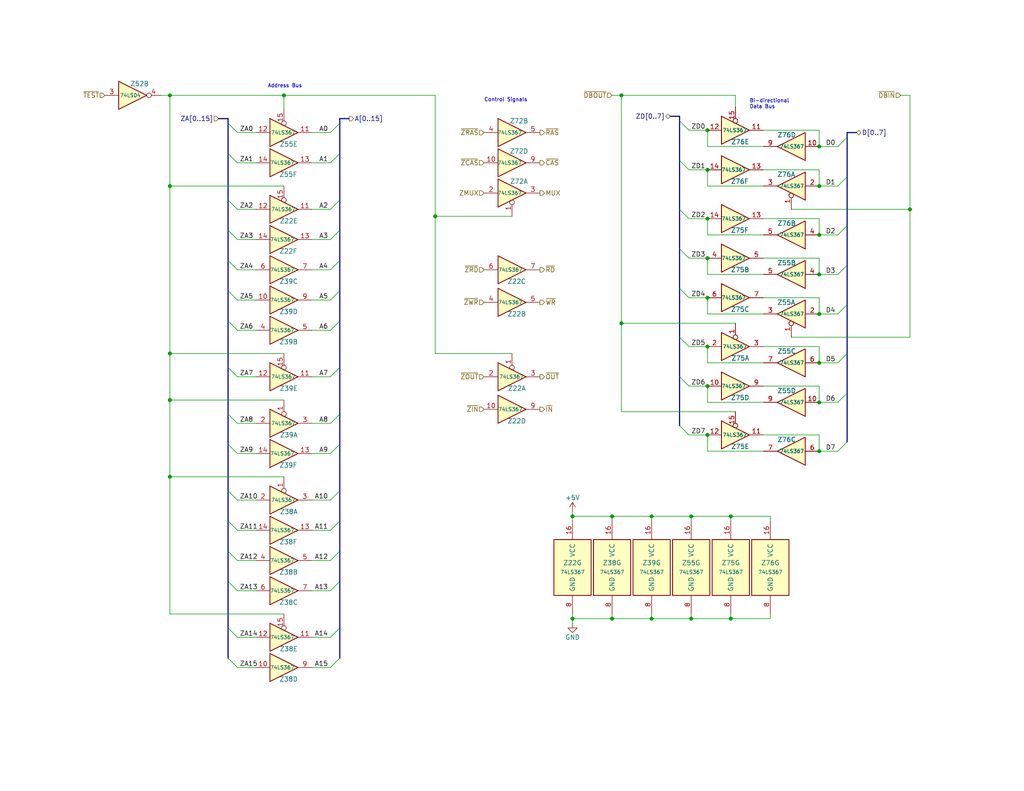
<source format=kicad_sch>
(kicad_sch (version 20231120) (generator "eeschema") (generator_version "8.0")
  (paper "USLetter")
  (title_block (title "TRS-80 Model I Rev G") (date "2024-11-29") (rev "E1C") (company "RetroStack - Marcel Erz") (comment 2 "Isolation circuit to use ~{TEST} signal, dsconecting CPU from system") (comment 4 "CPU Gating"))
  (lib_symbols
    (symbol "74xx:74LS04"
      (property "Reference" "U" (at 0 1.27 0))
      (property "Value" "74LS04" (at 0 -1.27 0))
      (symbol "74LS04_1_0"
        (polyline (pts (xy -3.81 3.81) (xy -3.81 -3.81) (xy 3.81 0) (xy -3.81 3.81)) (stroke (width 0.254)) (fill (type background)))
        (pin input line (at -7.62 0 0) (length 3.81) (name "~") (number "1"))
        (pin output inverted (at 7.62 0 180) (length 3.81) (name "~") (number "2"))
      )
      (symbol "74LS04_2_0"
        (polyline (pts (xy -3.81 3.81) (xy -3.81 -3.81) (xy 3.81 0) (xy -3.81 3.81)) (stroke (width 0.254)) (fill (type background)))
        (pin input line (at -7.62 0 0) (length 3.81) (name "~") (number "3"))
        (pin output inverted (at 7.62 0 180) (length 3.81) (name "~") (number "4"))
      )
      (symbol "74LS04_3_0"
        (polyline (pts (xy -3.81 3.81) (xy -3.81 -3.81) (xy 3.81 0) (xy -3.81 3.81)) (stroke (width 0.254)) (fill (type background)))
        (pin input line (at -7.62 0 0) (length 3.81) (name "~") (number "5"))
        (pin output inverted (at 7.62 0 180) (length 3.81) (name "~") (number "6"))
      )
      (symbol "74LS04_4_0"
        (polyline (pts (xy -3.81 3.81) (xy -3.81 -3.81) (xy 3.81 0) (xy -3.81 3.81)) (stroke (width 0.254)) (fill (type background)))
        (pin output inverted (at 7.62 0 180) (length 3.81) (name "~") (number "8"))
        (pin input line (at -7.62 0 0) (length 3.81) (name "~") (number "9"))
      )
      (symbol "74LS04_5_0"
        (polyline (pts (xy -3.81 3.81) (xy -3.81 -3.81) (xy 3.81 0) (xy -3.81 3.81)) (stroke (width 0.254)) (fill (type background)))
        (pin output inverted (at 7.62 0 180) (length 3.81) (name "~") (number "10"))
        (pin input line (at -7.62 0 0) (length 3.81) (name "~") (number "11"))
      )
      (symbol "74LS04_6_0"
        (polyline (pts (xy -3.81 3.81) (xy -3.81 -3.81) (xy 3.81 0) (xy -3.81 3.81)) (stroke (width 0.254)) (fill (type background)))
        (pin output inverted (at 7.62 0 180) (length 3.81) (name "~") (number "12"))
        (pin input line (at -7.62 0 0) (length 3.81) (name "~") (number "13"))
      )
      (symbol "74LS04_7_0"
        (pin power_in line (at 0 12.7 270) (length 5.08) (name "VCC") (number "14"))
        (pin power_in line (at 0 -12.7 90) (length 5.08) (name "GND") (number "7"))
      )
      (symbol "74LS04_7_1"
        (rectangle (start -5.08 7.62) (end 5.08 -7.62) (stroke (width 0.254)) (fill (type background)))
      )
    )
    (symbol "RetroStackLibrary:74LS367_Split" (pin_names (offset 1.016))
      (property "Reference" "U" (at 0 1.27 0))
      (property "Value" "74LS367" (at 0 -1.27 0))
      (symbol "74LS367_Split_1_0"
        (polyline (pts (xy -3.81 3.81) (xy -3.81 -3.81) (xy 3.81 0) (xy -3.81 3.81)) (stroke (width 0.254)) (fill (type background)))
        (pin input inverted (at 0 6.35 270) (length 4.445) (name "~") (number "1"))
        (pin input line (at -7.62 0 0) (length 3.81) (name "~") (number "2"))
        (pin tri_state line (at 7.62 0 180) (length 3.81) (name "~") (number "3"))
      )
      (symbol "74LS367_Split_2_0"
        (polyline (pts (xy -3.81 3.81) (xy -3.81 -3.81) (xy 3.81 0) (xy -3.81 3.81)) (stroke (width 0.254)) (fill (type background)))
        (pin input line (at -7.62 0 0) (length 3.81) (name "~") (number "4"))
        (pin tri_state line (at 7.62 0 180) (length 3.81) (name "~") (number "5"))
      )
      (symbol "74LS367_Split_3_0"
        (polyline (pts (xy -3.81 3.81) (xy -3.81 -3.81) (xy 3.81 0) (xy -3.81 3.81)) (stroke (width 0.254)) (fill (type background)))
        (pin input line (at -7.62 0 0) (length 3.81) (name "~") (number "6"))
        (pin tri_state line (at 7.62 0 180) (length 3.81) (name "~") (number "7"))
      )
      (symbol "74LS367_Split_4_0"
        (polyline (pts (xy -3.81 3.81) (xy -3.81 -3.81) (xy 3.81 0) (xy -3.81 3.81)) (stroke (width 0.254)) (fill (type background)))
        (pin input line (at -7.62 0 0) (length 3.81) (name "~") (number "10"))
        (pin tri_state line (at 7.62 0 180) (length 3.81) (name "~") (number "9"))
      )
      (symbol "74LS367_Split_5_0"
        (polyline (pts (xy -3.175 -2.54) (xy -3.175 -10.16) (xy 4.445 -6.35) (xy -3.175 -2.54)) (stroke (width 0.254)) (fill (type background)))
        (pin tri_state line (at 8.255 -6.35 180) (length 3.81) (name "~") (number "11"))
        (pin input line (at -6.985 -6.35 0) (length 3.81) (name "~") (number "12"))
        (pin input inverted (at 0.635 0 270) (length 4.445) (name "~") (number "15"))
      )
      (symbol "74LS367_Split_6_0"
        (polyline (pts (xy -3.81 3.81) (xy -3.81 -3.81) (xy 3.81 0) (xy -3.81 3.81)) (stroke (width 0.254)) (fill (type background)))
        (pin tri_state line (at 7.62 0 180) (length 3.81) (name "~") (number "13"))
        (pin input line (at -7.62 0 0) (length 3.81) (name "~") (number "14"))
      )
      (symbol "74LS367_Split_7_0"
        (pin power_in line (at 0 1.905 270) (length 5.08) (name "VCC") (number "16"))
        (pin power_in line (at 0 -23.495 90) (length 5.08) (name "GND") (number "8"))
      )
      (symbol "74LS367_Split_7_1"
        (rectangle (start -5.08 -3.175) (end 5.08 -18.415) (stroke (width 0.254)) (fill (type background)))
      )
    )
    (symbol "power:+5V" (power) (pin_names (offset 0))
      (property "Value" "+5V" (at 0 3.556 0))
      (symbol "+5V_0_1"
        (polyline (pts (xy -0.762 1.27) (xy 0 2.54)))
        (polyline (pts (xy 0 0) (xy 0 2.54)))
        (polyline (pts (xy 0 2.54) (xy 0.762 1.27)))
      )
      (symbol "+5V_1_1"
        (pin power_in line (at 0 0 90) (length 0) hide (name "+5V") (number "1"))
      )
    )
    (symbol "power:GND" (power) (pin_names (offset 0))
      (property "Value" "GND" (at 0 -3.81 0))
      (symbol "GND_0_1"
        (polyline (pts (xy 0 0) (xy 0 -1.27) (xy 1.27 -1.27) (xy 0 -2.54) (xy -1.27 -1.27) (xy 0 -1.27)))
      )
      (symbol "GND_1_1"
        (pin power_in line (at 0 0 270) (length 0) hide (name "GND") (number "1"))
      )
    )
  )
  (junction (at 156.21 140.97))
  (junction (at 77.47 26.035))
  (junction (at 118.745 59.055))
  (junction (at 193.04 35.56))
  (junction (at 193.04 46.355))
  (junction (at 223.52 40.005))
  (junction (at 223.52 64.135))
  (junction (at 248.285 57.15))
  (junction (at 193.04 105.41))
  (junction (at 223.52 50.8))
  (junction (at 193.04 59.69))
  (junction (at 46.355 50.8))
  (junction (at 223.52 99.06))
  (junction (at 193.04 81.28))
  (junction (at 169.545 26.035))
  (junction (at 193.04 70.485))
  (junction (at 199.39 168.91))
  (junction (at 156.21 168.91))
  (junction (at 46.355 96.52))
  (junction (at 188.595 168.91))
  (junction (at 167.005 168.91))
  (junction (at 199.39 140.97))
  (junction (at 193.04 118.745))
  (junction (at 223.52 109.855))
  (junction (at 167.005 140.97))
  (junction (at 193.04 94.615))
  (junction (at 46.355 109.22))
  (junction (at 223.52 123.19))
  (junction (at 177.8 140.97))
  (junction (at 223.52 85.725))
  (junction (at 177.8 168.91))
  (junction (at 46.355 26.035))
  (junction (at 188.595 140.97))
  (junction (at 223.52 74.93))
  (junction (at 46.355 130.175))
  (junction (at 169.545 88.265))
  (bus_entry (at 228.6 109.855) (size 2.54 -2.54))
  (bus_entry (at 90.17 115.57) (size 2.54 -2.54))
  (bus_entry (at 228.6 99.06) (size 2.54 -2.54))
  (bus_entry (at 228.6 85.725) (size 2.54 -2.54))
  (bus_entry (at 90.17 90.17) (size 2.54 -2.54))
  (bus_entry (at 64.77 153.035) (size -2.54 -2.54))
  (bus_entry (at 228.6 74.93) (size 2.54 -2.54))
  (bus_entry (at 90.17 73.66) (size 2.54 -2.54))
  (bus_entry (at 64.77 123.825) (size -2.54 -2.54))
  (bus_entry (at 64.77 57.15) (size -2.54 -2.54))
  (bus_entry (at 187.96 105.41) (size -2.54 -2.54))
  (bus_entry (at 90.17 123.825) (size 2.54 -2.54))
  (bus_entry (at 90.17 136.525) (size 2.54 -2.54))
  (bus_entry (at 187.96 35.56) (size -2.54 -2.54))
  (bus_entry (at 187.96 59.69) (size -2.54 -2.54))
  (bus_entry (at 64.77 136.525) (size -2.54 -2.54))
  (bus_entry (at 90.17 182.245) (size 2.54 -2.54))
  (bus_entry (at 228.6 40.005) (size 2.54 -2.54))
  (bus_entry (at 64.77 90.17) (size -2.54 -2.54))
  (bus_entry (at 64.77 81.915) (size -2.54 -2.54))
  (bus_entry (at 64.77 36.195) (size -2.54 -2.54))
  (bus_entry (at 64.77 73.66) (size -2.54 -2.54))
  (bus_entry (at 228.6 123.19) (size 2.54 -2.54))
  (bus_entry (at 90.17 173.99) (size 2.54 -2.54))
  (bus_entry (at 90.17 65.405) (size 2.54 -2.54))
  (bus_entry (at 228.6 64.135) (size 2.54 -2.54))
  (bus_entry (at 187.96 81.28) (size -2.54 -2.54))
  (bus_entry (at 64.77 182.245) (size -2.54 -2.54))
  (bus_entry (at 64.77 173.99) (size -2.54 -2.54))
  (bus_entry (at 90.17 153.035) (size 2.54 -2.54))
  (bus_entry (at 64.77 144.78) (size -2.54 -2.54))
  (bus_entry (at 228.6 50.8) (size 2.54 -2.54))
  (bus_entry (at 64.77 161.29) (size -2.54 -2.54))
  (bus_entry (at 90.17 81.915) (size 2.54 -2.54))
  (bus_entry (at 90.17 161.29) (size 2.54 -2.54))
  (bus_entry (at 64.77 65.405) (size -2.54 -2.54))
  (bus_entry (at 90.17 102.87) (size 2.54 -2.54))
  (bus_entry (at 90.17 44.45) (size 2.54 -2.54))
  (bus_entry (at 187.96 94.615) (size -2.54 -2.54))
  (bus_entry (at 187.96 46.355) (size -2.54 -2.54))
  (bus_entry (at 187.96 70.485) (size -2.54 -2.54))
  (bus_entry (at 187.96 118.745) (size -2.54 -2.54))
  (bus_entry (at 90.17 144.78) (size 2.54 -2.54))
  (bus_entry (at 90.17 57.15) (size 2.54 -2.54))
  (bus_entry (at 90.17 36.195) (size 2.54 -2.54))
  (bus_entry (at 64.77 44.45) (size -2.54 -2.54))
  (bus_entry (at 64.77 115.57) (size -2.54 -2.54))
  (bus_entry (at 64.77 102.87) (size -2.54 -2.54))
  (wire (pts (xy 77.47 167.64) (xy 46.355 167.64)))
  (wire (pts (xy 64.77 36.195) (xy 69.85 36.195)))
  (wire (pts (xy 118.745 59.055) (xy 118.745 26.035)))
  (bus (pts (xy 185.42 102.87) (xy 185.42 116.205)))
  (bus (pts (xy 92.71 79.375) (xy 92.71 71.12)))
  (wire (pts (xy 90.17 161.29) (xy 85.09 161.29)))
  (wire (pts (xy 228.6 40.005) (xy 223.52 40.005)))
  (wire (pts (xy 193.04 109.855) (xy 193.04 105.41)))
  (wire (pts (xy 187.96 94.615) (xy 193.04 94.615)))
  (bus (pts (xy 185.42 43.815) (xy 185.42 33.02)))
  (wire (pts (xy 90.17 44.45) (xy 85.09 44.45)))
  (wire (pts (xy 169.545 88.265) (xy 169.545 26.035)))
  (wire (pts (xy 167.005 140.97) (xy 167.005 142.24)))
  (wire (pts (xy 210.185 142.24) (xy 210.185 140.97)))
  (wire (pts (xy 208.28 118.745) (xy 223.52 118.745)))
  (wire (pts (xy 85.09 90.17) (xy 90.17 90.17)))
  (bus (pts (xy 92.71 62.865) (xy 92.71 54.61)))
  (wire (pts (xy 64.77 73.66) (xy 69.85 73.66)))
  (wire (pts (xy 228.6 50.8) (xy 223.52 50.8)))
  (wire (pts (xy 64.77 182.245) (xy 69.85 182.245)))
  (wire (pts (xy 169.545 112.395) (xy 169.545 88.265)))
  (wire (pts (xy 187.96 81.28) (xy 193.04 81.28)))
  (wire (pts (xy 167.005 168.91) (xy 177.8 168.91)))
  (wire (pts (xy 215.9 92.075) (xy 248.285 92.075)))
  (wire (pts (xy 187.96 105.41) (xy 193.04 105.41)))
  (wire (pts (xy 90.17 173.99) (xy 85.09 173.99)))
  (wire (pts (xy 208.28 94.615) (xy 223.52 94.615)))
  (wire (pts (xy 210.185 140.97) (xy 199.39 140.97)))
  (wire (pts (xy 64.77 136.525) (xy 69.85 136.525)))
  (wire (pts (xy 85.09 123.825) (xy 90.17 123.825)))
  (wire (pts (xy 223.52 118.745) (xy 223.52 123.19)))
  (wire (pts (xy 77.47 130.175) (xy 46.355 130.175)))
  (bus (pts (xy 231.14 72.39) (xy 231.14 61.595)))
  (bus (pts (xy 62.23 71.12) (xy 62.23 62.865)))
  (bus (pts (xy 92.71 158.75) (xy 92.71 150.495)))
  (bus (pts (xy 92.71 142.24) (xy 92.71 133.985)))
  (wire (pts (xy 139.7 59.055) (xy 118.745 59.055)))
  (wire (pts (xy 228.6 99.06) (xy 223.52 99.06)))
  (bus (pts (xy 62.23 100.33) (xy 62.23 87.63)))
  (wire (pts (xy 90.17 65.405) (xy 85.09 65.405)))
  (wire (pts (xy 64.77 115.57) (xy 69.85 115.57)))
  (wire (pts (xy 77.47 26.035) (xy 77.47 29.845)))
  (wire (pts (xy 64.77 144.78) (xy 69.85 144.78)))
  (wire (pts (xy 208.28 109.855) (xy 193.04 109.855)))
  (wire (pts (xy 208.28 70.485) (xy 223.52 70.485)))
  (wire (pts (xy 64.77 153.035) (xy 69.85 153.035)))
  (bus (pts (xy 185.42 78.74) (xy 185.42 67.945)))
  (bus (pts (xy 62.23 87.63) (xy 62.23 79.375)))
  (bus (pts (xy 62.23 150.495) (xy 62.23 142.24)))
  (wire (pts (xy 223.52 81.28) (xy 223.52 85.725)))
  (bus (pts (xy 92.71 100.33) (xy 92.71 87.63)))
  (wire (pts (xy 46.355 26.035) (xy 77.47 26.035)))
  (wire (pts (xy 64.77 57.15) (xy 69.85 57.15)))
  (wire (pts (xy 193.04 64.135) (xy 193.04 59.69)))
  (wire (pts (xy 167.005 167.64) (xy 167.005 168.91)))
  (wire (pts (xy 156.21 139.7) (xy 156.21 140.97)))
  (wire (pts (xy 210.185 168.91) (xy 199.39 168.91)))
  (wire (pts (xy 228.6 123.19) (xy 223.52 123.19)))
  (bus (pts (xy 92.71 41.91) (xy 92.71 33.655)))
  (wire (pts (xy 188.595 140.97) (xy 177.8 140.97)))
  (wire (pts (xy 156.21 170.18) (xy 156.21 168.91)))
  (bus (pts (xy 92.71 113.03) (xy 92.71 100.33)))
  (wire (pts (xy 118.745 59.055) (xy 118.745 96.52)))
  (wire (pts (xy 223.52 35.56) (xy 223.52 40.005)))
  (wire (pts (xy 223.52 70.485) (xy 223.52 74.93)))
  (wire (pts (xy 199.39 140.97) (xy 199.39 142.24)))
  (wire (pts (xy 199.39 167.64) (xy 199.39 168.91)))
  (wire (pts (xy 200.66 112.395) (xy 169.545 112.395)))
  (bus (pts (xy 231.14 83.185) (xy 231.14 72.39)))
  (wire (pts (xy 169.545 26.035) (xy 200.66 26.035)))
  (wire (pts (xy 46.355 130.175) (xy 46.355 109.22)))
  (wire (pts (xy 215.9 57.15) (xy 248.285 57.15)))
  (wire (pts (xy 193.04 123.19) (xy 193.04 118.745)))
  (wire (pts (xy 77.47 50.8) (xy 46.355 50.8)))
  (wire (pts (xy 208.28 59.69) (xy 223.52 59.69)))
  (wire (pts (xy 188.595 168.91) (xy 199.39 168.91)))
  (wire (pts (xy 208.28 74.93) (xy 193.04 74.93)))
  (wire (pts (xy 90.17 153.035) (xy 85.09 153.035)))
  (bus (pts (xy 62.23 113.03) (xy 62.23 100.33)))
  (wire (pts (xy 64.77 65.405) (xy 69.85 65.405)))
  (wire (pts (xy 228.6 85.725) (xy 223.52 85.725)))
  (wire (pts (xy 64.77 173.99) (xy 69.85 173.99)))
  (wire (pts (xy 199.39 140.97) (xy 188.595 140.97)))
  (wire (pts (xy 210.185 167.64) (xy 210.185 168.91)))
  (wire (pts (xy 208.28 99.06) (xy 193.04 99.06)))
  (bus (pts (xy 62.23 171.45) (xy 62.23 158.75)))
  (bus (pts (xy 62.23 41.91) (xy 62.23 33.655)))
  (wire (pts (xy 46.355 167.64) (xy 46.355 130.175)))
  (bus (pts (xy 233.68 36.195) (xy 231.14 36.195)))
  (wire (pts (xy 228.6 64.135) (xy 223.52 64.135)))
  (wire (pts (xy 208.28 64.135) (xy 193.04 64.135)))
  (wire (pts (xy 46.355 109.22) (xy 46.355 96.52)))
  (wire (pts (xy 46.355 50.8) (xy 46.355 26.035)))
  (wire (pts (xy 193.04 50.8) (xy 193.04 46.355)))
  (bus (pts (xy 185.42 78.74) (xy 185.42 92.075)))
  (wire (pts (xy 156.21 168.91) (xy 167.005 168.91)))
  (wire (pts (xy 248.285 26.035) (xy 245.745 26.035)))
  (bus (pts (xy 62.23 62.865) (xy 62.23 54.61)))
  (wire (pts (xy 177.8 140.97) (xy 167.005 140.97)))
  (wire (pts (xy 223.52 59.69) (xy 223.52 64.135)))
  (wire (pts (xy 90.17 115.57) (xy 85.09 115.57)))
  (wire (pts (xy 90.17 36.195) (xy 85.09 36.195)))
  (wire (pts (xy 43.815 26.035) (xy 46.355 26.035)))
  (bus (pts (xy 231.14 83.185) (xy 231.14 96.52)))
  (bus (pts (xy 92.71 171.45) (xy 92.71 158.75)))
  (wire (pts (xy 85.09 182.245) (xy 90.17 182.245)))
  (bus (pts (xy 95.25 32.385) (xy 92.71 32.385)))
  (bus (pts (xy 185.42 67.945) (xy 185.42 57.15)))
  (wire (pts (xy 118.745 26.035) (xy 77.47 26.035)))
  (wire (pts (xy 64.77 44.45) (xy 69.85 44.45)))
  (wire (pts (xy 64.77 102.87) (xy 69.85 102.87)))
  (wire (pts (xy 208.28 123.19) (xy 193.04 123.19)))
  (wire (pts (xy 156.21 140.97) (xy 156.21 142.24)))
  (wire (pts (xy 177.8 168.91) (xy 188.595 168.91)))
  (wire (pts (xy 85.09 102.87) (xy 90.17 102.87)))
  (wire (pts (xy 208.28 81.28) (xy 223.52 81.28)))
  (wire (pts (xy 223.52 46.355) (xy 223.52 50.8)))
  (bus (pts (xy 92.71 150.495) (xy 92.71 142.24)))
  (wire (pts (xy 248.285 92.075) (xy 248.285 57.15)))
  (wire (pts (xy 77.47 96.52) (xy 46.355 96.52)))
  (wire (pts (xy 228.6 74.93) (xy 223.52 74.93)))
  (wire (pts (xy 193.04 99.06) (xy 193.04 94.615)))
  (wire (pts (xy 208.28 46.355) (xy 223.52 46.355)))
  (bus (pts (xy 92.71 133.985) (xy 92.71 121.285)))
  (bus (pts (xy 182.88 31.75) (xy 185.42 31.75)))
  (wire (pts (xy 167.005 140.97) (xy 156.21 140.97)))
  (bus (pts (xy 92.71 71.12) (xy 92.71 62.865)))
  (wire (pts (xy 187.96 46.355) (xy 193.04 46.355)))
  (bus (pts (xy 92.71 54.61) (xy 92.71 41.91)))
  (bus (pts (xy 231.14 61.595) (xy 231.14 48.26)))
  (wire (pts (xy 193.04 85.725) (xy 193.04 81.28)))
  (bus (pts (xy 185.42 92.075) (xy 185.42 102.87)))
  (wire (pts (xy 177.8 140.97) (xy 177.8 142.24)))
  (bus (pts (xy 62.23 142.24) (xy 62.23 133.985)))
  (wire (pts (xy 193.04 74.93) (xy 193.04 70.485)))
  (wire (pts (xy 188.595 140.97) (xy 188.595 142.24)))
  (wire (pts (xy 208.28 50.8) (xy 193.04 50.8)))
  (wire (pts (xy 90.17 73.66) (xy 85.09 73.66)))
  (bus (pts (xy 92.71 121.285) (xy 92.71 113.03)))
  (wire (pts (xy 208.28 85.725) (xy 193.04 85.725)))
  (wire (pts (xy 208.28 40.005) (xy 193.04 40.005)))
  (wire (pts (xy 188.595 167.64) (xy 188.595 168.91)))
  (wire (pts (xy 64.77 161.29) (xy 69.85 161.29)))
  (bus (pts (xy 62.23 79.375) (xy 62.23 71.12)))
  (wire (pts (xy 200.66 88.265) (xy 169.545 88.265)))
  (bus (pts (xy 92.71 87.63) (xy 92.71 79.375)))
  (bus (pts (xy 231.14 48.26) (xy 231.14 37.465)))
  (bus (pts (xy 62.23 121.285) (xy 62.23 113.03)))
  (bus (pts (xy 231.14 96.52) (xy 231.14 107.315)))
  (wire (pts (xy 64.77 81.915) (xy 69.85 81.915)))
  (bus (pts (xy 92.71 33.655) (xy 92.71 32.385)))
  (wire (pts (xy 167.005 26.035) (xy 169.545 26.035)))
  (wire (pts (xy 64.77 123.825) (xy 69.85 123.825)))
  (bus (pts (xy 62.23 179.705) (xy 62.23 171.45)))
  (bus (pts (xy 62.23 33.655) (xy 62.23 32.385)))
  (bus (pts (xy 92.71 179.705) (xy 92.71 171.45)))
  (wire (pts (xy 177.8 167.64) (xy 177.8 168.91)))
  (bus (pts (xy 185.42 33.02) (xy 185.42 31.75)))
  (wire (pts (xy 187.96 118.745) (xy 193.04 118.745)))
  (wire (pts (xy 208.28 105.41) (xy 223.52 105.41)))
  (wire (pts (xy 187.96 70.485) (xy 193.04 70.485)))
  (wire (pts (xy 77.47 109.22) (xy 46.355 109.22)))
  (bus (pts (xy 62.23 158.75) (xy 62.23 150.495)))
  (wire (pts (xy 46.355 96.52) (xy 46.355 50.8)))
  (wire (pts (xy 64.77 90.17) (xy 69.85 90.17)))
  (wire (pts (xy 90.17 136.525) (xy 85.09 136.525)))
  (wire (pts (xy 90.17 57.15) (xy 85.09 57.15)))
  (wire (pts (xy 193.04 40.005) (xy 193.04 35.56)))
  (bus (pts (xy 59.69 32.385) (xy 62.23 32.385)))
  (bus (pts (xy 62.23 54.61) (xy 62.23 41.91)))
  (wire (pts (xy 200.66 26.035) (xy 200.66 29.21)))
  (wire (pts (xy 139.7 96.52) (xy 118.745 96.52)))
  (wire (pts (xy 248.285 57.15) (xy 248.285 26.035)))
  (bus (pts (xy 231.14 107.315) (xy 231.14 120.65)))
  (bus (pts (xy 231.14 37.465) (xy 231.14 36.195)))
  (wire (pts (xy 223.52 94.615) (xy 223.52 99.06)))
  (wire (pts (xy 90.17 81.915) (xy 85.09 81.915)))
  (wire (pts (xy 156.21 168.91) (xy 156.21 167.64)))
  (wire (pts (xy 90.17 144.78) (xy 85.09 144.78)))
  (wire (pts (xy 228.6 109.855) (xy 223.52 109.855)))
  (bus (pts (xy 185.42 57.15) (xy 185.42 43.815)))
  (wire (pts (xy 187.96 59.69) (xy 193.04 59.69)))
  (wire (pts (xy 223.52 105.41) (xy 223.52 109.855)))
  (wire (pts (xy 208.28 35.56) (xy 223.52 35.56)))
  (bus (pts (xy 62.23 133.985) (xy 62.23 121.285)))
  (wire (pts (xy 187.96 35.56) (xy 193.04 35.56)))
  (text "Bi-directional\nData Bus" (at 204.47 29.845 0) (effects (font (size 1 1)) (justify left bottom)))
  (text "Address Bus" (at 73.025 24.13 0) (effects (font (size 1 1)) (justify left bottom)))
  (text "Control Signals" (at 132.08 27.94 0) (effects (font (size 1 1)) (justify left bottom)))
  (label "ZA8" (at 65.405 115.57 0))
  (label "ZD2" (at 188.595 59.69 0))
  (label "ZA0" (at 65.405 36.195 0))
  (label "A3" (at 89.535 65.405 180))
  (label "ZA4" (at 65.405 73.66 0))
  (label "D7" (at 227.965 123.19 180))
  (label "ZA9" (at 65.405 123.825 0))
  (label "ZA11" (at 65.405 144.78 0))
  (label "ZD3" (at 188.595 70.485 0))
  (label "D3" (at 227.965 74.93 180))
  (label "ZA6" (at 65.405 90.17 0))
  (label "A12" (at 89.535 153.035 180))
  (label "ZD7" (at 188.595 118.745 0))
  (label "A5" (at 89.535 81.915 180))
  (label "D5" (at 227.965 99.06 180))
  (label "ZA2" (at 65.405 57.15 0))
  (label "ZA3" (at 65.405 65.405 0))
  (label "D0" (at 227.965 40.005 180))
  (label "ZA10" (at 65.405 136.525 0))
  (label "D2" (at 227.965 64.135 180))
  (label "A9" (at 89.535 123.825 180))
  (label "ZA13" (at 65.405 161.29 0))
  (label "A7" (at 89.535 102.87 180))
  (label "A6" (at 89.535 90.17 180))
  (label "D1" (at 227.965 50.8 180))
  (label "ZD6" (at 188.595 105.41 0))
  (label "A13" (at 89.535 161.29 180))
  (label "A15" (at 89.535 182.245 180))
  (label "A14" (at 89.535 173.99 180))
  (label "A10" (at 89.535 136.525 180))
  (label "ZD1" (at 188.595 46.355 0))
  (label "D6" (at 227.965 109.855 180))
  (label "ZA5" (at 65.405 81.915 0))
  (label "A1" (at 89.535 44.45 180))
  (label "A0" (at 89.535 36.195 180))
  (label "A2" (at 89.535 57.15 180))
  (label "ZD4" (at 188.595 81.28 0))
  (label "ZA15" (at 65.405 182.245 0))
  (label "ZA12" (at 65.405 153.035 0))
  (label "A4" (at 89.535 73.66 180))
  (label "ZA7" (at 65.405 102.87 0))
  (label "A8" (at 89.535 115.57 180))
  (label "ZD0" (at 188.595 35.56 0))
  (label "A11" (at 89.535 144.78 180))
  (label "ZA1" (at 65.405 44.45 0))
  (label "D4" (at 227.965 85.725 180))
  (label "ZA14" (at 65.405 173.99 0))
  (label "ZD5" (at 188.595 94.615 0))
  (hierarchical_label "ZD[0..7]" (shape bidirectional) (at 182.88 31.75 180))
  (hierarchical_label "~{ZRD}" (shape input) (at 132.08 73.66 180))
  (hierarchical_label "~{ZIN}" (shape input) (at 132.08 111.76 180))
  (hierarchical_label "~{ZCAS}" (shape input) (at 132.08 44.45 180))
  (hierarchical_label "~{RD}" (shape output) (at 147.32 73.66 0))
  (hierarchical_label "~{WR}" (shape output) (at 147.32 82.55 0))
  (hierarchical_label "~{TEST}" (shape input) (at 28.575 26.035 180))
  (hierarchical_label "MUX" (shape output) (at 147.32 52.705 0))
  (hierarchical_label "~{ZRAS}" (shape input) (at 132.08 36.195 180))
  (hierarchical_label "~{CAS}" (shape output) (at 147.32 44.45 0))
  (hierarchical_label "ZA[0..15]" (shape input) (at 59.69 32.385 180))
  (hierarchical_label "~{OUT}" (shape output) (at 147.32 102.87 0))
  (hierarchical_label "D[0..7]" (shape bidirectional) (at 233.68 36.195 0))
  (hierarchical_label "ZMUX" (shape input) (at 132.08 52.705 180))
  (hierarchical_label "~{DBOUT}" (shape input) (at 167.005 26.035 180))
  (hierarchical_label "~{IN}" (shape output) (at 147.32 111.76 0))
  (hierarchical_label "~{ZWR}" (shape input) (at 132.08 82.55 180))
  (hierarchical_label "A[0..15]" (shape output) (at 95.25 32.385 0))
  (hierarchical_label "~{DBIN}" (shape input) (at 245.745 26.035 180))
  (hierarchical_label "~{RAS}" (shape output) (at 147.32 36.195 0))
  (hierarchical_label "~{ZOUT}" (shape input) (at 132.08 102.87 180))
  (symbol (lib_id "RetroStackLibrary:74LS367_Split") (at 188.595 144.145 0) (unit 7)
    (property "Reference" "Z55" (at 188.595 153.67 0))
    (property "Value" "74LS367" (at 188.595 156.21 0) (effects (font (size 1 1))))
    (property "Footprint" "RetroStackLibrary:TRS80_Model_I_DIP16" (effects (hide yes)))
    (property "Datasheet" "https://www.ti.com/lit/ds/symlink/sn74ls367a.pdf" (effects (hide yes)))
  )
  (symbol (lib_id "power:GND") (at 156.21 170.18 0) (unit 1)
    (property "Reference" "#PWR0112" (effects (hide yes)))
    (property "Value" "GND" (at 156.21 173.99 0))
  )
  (symbol (lib_id "RetroStackLibrary:74LS367_Split") (at 200.66 46.355 0) (unit 6)
    (property "Reference" "Z76" (at 199.39 49.53 0) (effects (justify left)))
    (property "Value" "74LS367" (at 196.85 46.355 0) (effects (font (size 1 1)) (justify left)))
    (property "Footprint" "RetroStackLibrary:TRS80_Model_I_DIP16" (effects (hide yes)))
    (property "Datasheet" "https://www.ti.com/lit/ds/symlink/sn74ls367a.pdf" (effects (hide yes)))
  )
  (symbol (lib_id "RetroStackLibrary:74LS367_Split") (at 200.66 70.485 0) (unit 2)
    (property "Reference" "Z75" (at 199.39 73.66 0) (effects (justify left)))
    (property "Value" "74LS367" (at 196.85 70.485 0) (effects (font (size 1 1)) (justify left)))
    (property "Footprint" "RetroStackLibrary:TRS80_Model_I_DIP16" (effects (hide yes)))
    (property "Datasheet" "https://www.ti.com/lit/ds/symlink/sn74ls367a.pdf" (effects (hide yes)))
  )
  (symbol (lib_id "RetroStackLibrary:74LS367_Split") (at 76.835 50.8 0) (unit 5)
    (property "Reference" "Z22" (at 81.28 60.325 0) (effects (justify right)))
    (property "Value" "74LS367" (at 80.645 57.15 0) (effects (font (size 1 1)) (justify right)))
    (property "Footprint" "RetroStackLibrary:TRS80_Model_I_DIP16" (effects (hide yes)))
    (property "Datasheet" "https://www.ti.com/lit/ds/symlink/sn74ls367a.pdf" (effects (hide yes)))
  )
  (symbol (lib_id "RetroStackLibrary:74LS367_Split") (at 76.835 96.52 0) (unit 5)
    (property "Reference" "Z39" (at 81.28 106.045 0) (effects (justify right)))
    (property "Value" "74LS367" (at 80.645 102.87 0) (effects (font (size 1 1)) (justify right)))
    (property "Footprint" "RetroStackLibrary:TRS80_Model_I_DIP16" (effects (hide yes)))
    (property "Datasheet" "https://www.ti.com/lit/ds/symlink/sn74ls367a.pdf" (effects (hide yes)))
  )
  (symbol (lib_id "RetroStackLibrary:74LS367_Split") (at 139.7 36.195 0) (unit 2)
    (property "Reference" "Z72" (at 141.605 33.02 0))
    (property "Value" "74LS367" (at 139.065 36.195 0) (effects (font (size 1 1))))
    (property "Footprint" "RetroStackLibrary:TRS80_Model_I_DIP16" (effects (hide yes)))
    (property "Datasheet" "https://www.ti.com/lit/ds/symlink/sn74ls367a.pdf" (effects (hide yes)))
  )
  (symbol (lib_id "RetroStackLibrary:74LS367_Split") (at 77.47 123.825 0) (unit 6)
    (property "Reference" "Z39" (at 76.2 127 0) (effects (justify left)))
    (property "Value" "74LS367" (at 73.66 123.825 0) (effects (font (size 1 1)) (justify left)))
    (property "Footprint" "RetroStackLibrary:TRS80_Model_I_DIP16" (effects (hide yes)))
    (property "Datasheet" "https://www.ti.com/lit/ds/symlink/sn74ls367a.pdf" (effects (hide yes)))
  )
  (symbol (lib_id "RetroStackLibrary:74LS367_Split") (at 77.47 115.57 0) (unit 1)
    (property "Reference" "Z39" (at 81.28 118.745 0) (effects (justify right)))
    (property "Value" "74LS367" (at 80.645 115.57 0) (effects (font (size 1 1)) (justify right)))
    (property "Footprint" "RetroStackLibrary:TRS80_Model_I_DIP16" (effects (hide yes)))
    (property "Datasheet" "https://www.ti.com/lit/ds/symlink/sn74ls367a.pdf" (effects (hide yes)))
  )
  (symbol (lib_id "RetroStackLibrary:74LS367_Split") (at 200.025 29.21 0) (unit 5)
    (property "Reference" "Z76" (at 204.47 38.735 0) (effects (justify right)))
    (property "Value" "74LS367" (at 203.835 35.56 0) (effects (font (size 1 1)) (justify right)))
    (property "Footprint" "RetroStackLibrary:TRS80_Model_I_DIP16" (effects (hide yes)))
    (property "Datasheet" "https://www.ti.com/lit/ds/symlink/sn74ls367a.pdf" (effects (hide yes)))
  )
  (symbol (lib_id "RetroStackLibrary:74LS367_Split") (at 77.47 44.45 0) (unit 6)
    (property "Reference" "Z55" (at 76.2 47.625 0) (effects (justify left)))
    (property "Value" "74LS367" (at 73.66 44.45 0) (effects (font (size 1 1)) (justify left)))
    (property "Footprint" "RetroStackLibrary:TRS80_Model_I_DIP16" (effects (hide yes)))
    (property "Datasheet" "https://www.ti.com/lit/ds/symlink/sn74ls367a.pdf" (effects (hide yes)))
  )
  (symbol (lib_id "RetroStackLibrary:74LS367_Split") (at 139.7 111.76 0) (unit 4)
    (property "Reference" "Z22" (at 138.43 114.935 0) (effects (justify left)))
    (property "Value" "74LS367" (at 135.89 111.76 0) (effects (font (size 1 1)) (justify left)))
    (property "Footprint" "RetroStackLibrary:TRS80_Model_I_DIP16" (effects (hide yes)))
    (property "Datasheet" "https://www.ti.com/lit/ds/symlink/sn74ls367a.pdf" (effects (hide yes)))
  )
  (symbol (lib_id "RetroStackLibrary:74LS367_Split") (at 215.9 74.93 180) (unit 2)
    (property "Reference" "Z55" (at 212.09 71.755 0) (effects (justify right)))
    (property "Value" "74LS367" (at 212.725 74.93 0) (effects (font (size 1 1)) (justify right)))
    (property "Footprint" "RetroStackLibrary:TRS80_Model_I_DIP16" (effects (hide yes)))
    (property "Datasheet" "https://www.ti.com/lit/ds/symlink/sn74ls367a.pdf" (effects (hide yes)))
  )
  (symbol (lib_id "RetroStackLibrary:74LS367_Split") (at 200.66 59.69 0) (unit 6)
    (property "Reference" "Z75" (at 199.39 62.865 0) (effects (justify left)))
    (property "Value" "74LS367" (at 196.85 59.69 0) (effects (font (size 1 1)) (justify left)))
    (property "Footprint" "RetroStackLibrary:TRS80_Model_I_DIP16" (effects (hide yes)))
    (property "Datasheet" "https://www.ti.com/lit/ds/symlink/sn74ls367a.pdf" (effects (hide yes)))
  )
  (symbol (lib_id "RetroStackLibrary:74LS367_Split") (at 200.025 112.395 0) (unit 5)
    (property "Reference" "Z75" (at 204.47 121.92 0) (effects (justify right)))
    (property "Value" "74LS367" (at 203.835 118.745 0) (effects (font (size 1 1)) (justify right)))
    (property "Footprint" "RetroStackLibrary:TRS80_Model_I_DIP16" (effects (hide yes)))
    (property "Datasheet" "https://www.ti.com/lit/ds/symlink/sn74ls367a.pdf" (effects (hide yes)))
  )
  (symbol (lib_id "RetroStackLibrary:74LS367_Split") (at 177.8 144.145 0) (unit 7)
    (property "Reference" "Z39" (at 177.8 153.67 0))
    (property "Value" "74LS367" (at 177.8 156.21 0) (effects (font (size 1 1))))
    (property "Footprint" "RetroStackLibrary:TRS80_Model_I_DIP16" (effects (hide yes)))
    (property "Datasheet" "https://www.ti.com/lit/ds/symlink/sn74ls367a.pdf" (effects (hide yes)))
  )
  (symbol (lib_id "RetroStackLibrary:74LS367_Split") (at 77.47 161.29 0) (unit 3)
    (property "Reference" "Z38" (at 76.2 164.465 0) (effects (justify left)))
    (property "Value" "74LS367" (at 73.66 161.29 0) (effects (font (size 1 1)) (justify left)))
    (property "Footprint" "RetroStackLibrary:TRS80_Model_I_DIP16" (effects (hide yes)))
    (property "Datasheet" "https://www.ti.com/lit/ds/symlink/sn74ls367a.pdf" (effects (hide yes)))
  )
  (symbol (lib_id "RetroStackLibrary:74LS367_Split") (at 139.7 82.55 0) (unit 2)
    (property "Reference" "Z22" (at 138.43 85.725 0) (effects (justify left)))
    (property "Value" "74LS367" (at 135.89 82.55 0) (effects (font (size 1 1)) (justify left)))
    (property "Footprint" "RetroStackLibrary:TRS80_Model_I_DIP16" (effects (hide yes)))
    (property "Datasheet" "https://www.ti.com/lit/ds/symlink/sn74ls367a.pdf" (effects (hide yes)))
  )
  (symbol (lib_id "RetroStackLibrary:74LS367_Split") (at 200.66 81.28 0) (unit 3)
    (property "Reference" "Z75" (at 199.39 84.455 0) (effects (justify left)))
    (property "Value" "74LS367" (at 196.85 81.28 0) (effects (font (size 1 1)) (justify left)))
    (property "Footprint" "RetroStackLibrary:TRS80_Model_I_DIP16" (effects (hide yes)))
    (property "Datasheet" "https://www.ti.com/lit/ds/symlink/sn74ls367a.pdf" (effects (hide yes)))
  )
  (symbol (lib_id "74xx:74LS04") (at 36.195 26.035 0) (unit 2)
    (property "Reference" "Z52" (at 38.1 22.86 0))
    (property "Value" "74LS04" (at 35.56 26.035 0) (effects (font (size 1 1))))
    (property "Footprint" "RetroStackLibrary:TRS80_Model_I_DIP14" (effects (hide yes)))
    (property "Datasheet" "http://www.ti.com/lit/gpn/sn74LS04" (effects (hide yes)))
  )
  (symbol (lib_id "RetroStackLibrary:74LS367_Split") (at 76.835 167.64 0) (unit 5)
    (property "Reference" "Z38" (at 81.28 177.165 0) (effects (justify right)))
    (property "Value" "74LS367" (at 73.66 173.99 0) (effects (font (size 1 1)) (justify left)))
    (property "Footprint" "RetroStackLibrary:TRS80_Model_I_DIP16" (effects (hide yes)))
    (property "Datasheet" "https://www.ti.com/lit/ds/symlink/sn74ls367a.pdf" (effects (hide yes)))
  )
  (symbol (lib_id "RetroStackLibrary:74LS367_Split") (at 77.47 182.245 0) (unit 4)
    (property "Reference" "Z38" (at 76.2 185.42 0) (effects (justify left)))
    (property "Value" "74LS367" (at 73.66 182.245 0) (effects (font (size 1 1)) (justify left)))
    (property "Footprint" "RetroStackLibrary:TRS80_Model_I_DIP16" (effects (hide yes)))
    (property "Datasheet" "https://www.ti.com/lit/ds/symlink/sn74ls367a.pdf" (effects (hide yes)))
  )
  (symbol (lib_id "RetroStackLibrary:74LS367_Split") (at 215.9 109.855 180) (unit 4)
    (property "Reference" "Z55" (at 212.09 106.68 0) (effects (justify right)))
    (property "Value" "74LS367" (at 212.725 109.855 0) (effects (font (size 1 1)) (justify right)))
    (property "Footprint" "RetroStackLibrary:TRS80_Model_I_DIP16" (effects (hide yes)))
    (property "Datasheet" "https://www.ti.com/lit/ds/symlink/sn74ls367a.pdf" (effects (hide yes)))
  )
  (symbol (lib_id "RetroStackLibrary:74LS367_Split") (at 215.9 40.005 180) (unit 4)
    (property "Reference" "Z76" (at 212.09 36.83 0) (effects (justify right)))
    (property "Value" "74LS367" (at 212.725 40.005 0) (effects (font (size 1 1)) (justify right)))
    (property "Footprint" "RetroStackLibrary:TRS80_Model_I_DIP16" (effects (hide yes)))
    (property "Datasheet" "https://www.ti.com/lit/ds/symlink/sn74ls367a.pdf" (effects (hide yes)))
  )
  (symbol (lib_id "RetroStackLibrary:74LS367_Split") (at 200.66 105.41 0) (unit 4)
    (property "Reference" "Z75" (at 199.39 108.585 0) (effects (justify left)))
    (property "Value" "74LS367" (at 196.85 105.41 0) (effects (font (size 1 1)) (justify left)))
    (property "Footprint" "RetroStackLibrary:TRS80_Model_I_DIP16" (effects (hide yes)))
    (property "Datasheet" "https://www.ti.com/lit/ds/symlink/sn74ls367a.pdf" (effects (hide yes)))
  )
  (symbol (lib_id "RetroStackLibrary:74LS367_Split") (at 139.7 73.66 0) (unit 3)
    (property "Reference" "Z22" (at 138.43 76.835 0) (effects (justify left)))
    (property "Value" "74LS367" (at 135.89 73.66 0) (effects (font (size 1 1)) (justify left)))
    (property "Footprint" "RetroStackLibrary:TRS80_Model_I_DIP16" (effects (hide yes)))
    (property "Datasheet" "https://www.ti.com/lit/ds/symlink/sn74ls367a.pdf" (effects (hide yes)))
  )
  (symbol (lib_id "RetroStackLibrary:74LS367_Split") (at 199.39 144.145 0) (unit 7)
    (property "Reference" "Z75" (at 199.39 153.67 0))
    (property "Value" "74LS367" (at 199.39 156.21 0) (effects (font (size 1 1))))
    (property "Footprint" "RetroStackLibrary:TRS80_Model_I_DIP16" (effects (hide yes)))
    (property "Datasheet" "https://www.ti.com/lit/ds/symlink/sn74ls367a.pdf" (effects (hide yes)))
  )
  (symbol (lib_id "RetroStackLibrary:74LS367_Split") (at 210.185 144.145 0) (unit 7)
    (property "Reference" "Z76" (at 210.185 153.67 0))
    (property "Value" "74LS367" (at 210.185 156.21 0) (effects (font (size 1 1))))
    (property "Footprint" "RetroStackLibrary:TRS80_Model_I_DIP16" (effects (hide yes)))
    (property "Datasheet" "https://www.ti.com/lit/ds/symlink/sn74ls367a.pdf" (effects (hide yes)))
  )
  (symbol (lib_id "RetroStackLibrary:74LS367_Split") (at 167.005 144.145 0) (unit 7)
    (property "Reference" "Z38" (at 167.005 153.67 0))
    (property "Value" "74LS367" (at 167.005 156.21 0) (effects (font (size 1 1))))
    (property "Footprint" "RetroStackLibrary:TRS80_Model_I_DIP16" (effects (hide yes)))
    (property "Datasheet" "https://www.ti.com/lit/ds/symlink/sn74ls367a.pdf" (effects (hide yes)))
  )
  (symbol (lib_id "RetroStackLibrary:74LS367_Split") (at 77.47 136.525 0) (unit 1)
    (property "Reference" "Z38" (at 81.28 139.7 0) (effects (justify right)))
    (property "Value" "74LS367" (at 80.645 136.525 0) (effects (font (size 1 1)) (justify right)))
    (property "Footprint" "RetroStackLibrary:TRS80_Model_I_DIP16" (effects (hide yes)))
    (property "Datasheet" "https://www.ti.com/lit/ds/symlink/sn74ls367a.pdf" (effects (hide yes)))
  )
  (symbol (lib_id "RetroStackLibrary:74LS367_Split") (at 77.47 144.78 0) (unit 6)
    (property "Reference" "Z38" (at 76.2 147.955 0) (effects (justify left)))
    (property "Value" "74LS367" (at 73.66 144.78 0) (effects (font (size 1 1)) (justify left)))
    (property "Footprint" "RetroStackLibrary:TRS80_Model_I_DIP16" (effects (hide yes)))
    (property "Datasheet" "https://www.ti.com/lit/ds/symlink/sn74ls367a.pdf" (effects (hide yes)))
  )
  (symbol (lib_id "RetroStackLibrary:74LS367_Split") (at 215.9 85.725 180) (unit 1)
    (property "Reference" "Z55" (at 212.09 82.55 0) (effects (justify right)))
    (property "Value" "74LS367" (at 212.725 85.725 0) (effects (font (size 1 1)) (justify right)))
    (property "Footprint" "RetroStackLibrary:TRS80_Model_I_DIP16" (effects (hide yes)))
    (property "Datasheet" "https://www.ti.com/lit/ds/symlink/sn74ls367a.pdf" (effects (hide yes)))
  )
  (symbol (lib_id "RetroStackLibrary:74LS367_Split") (at 77.47 81.915 0) (unit 4)
    (property "Reference" "Z39" (at 76.2 85.09 0) (effects (justify left)))
    (property "Value" "74LS367" (at 73.66 81.915 0) (effects (font (size 1 1)) (justify left)))
    (property "Footprint" "RetroStackLibrary:TRS80_Model_I_DIP16" (effects (hide yes)))
    (property "Datasheet" "https://www.ti.com/lit/ds/symlink/sn74ls367a.pdf" (effects (hide yes)))
  )
  (symbol (lib_id "RetroStackLibrary:74LS367_Split") (at 77.47 153.035 0) (unit 2)
    (property "Reference" "Z38" (at 76.2 156.21 0) (effects (justify left)))
    (property "Value" "74LS367" (at 73.66 153.035 0) (effects (font (size 1 1)) (justify left)))
    (property "Footprint" "RetroStackLibrary:TRS80_Model_I_DIP16" (effects (hide yes)))
    (property "Datasheet" "https://www.ti.com/lit/ds/symlink/sn74ls367a.pdf" (effects (hide yes)))
  )
  (symbol (lib_id "RetroStackLibrary:74LS367_Split") (at 77.47 90.17 0) (unit 2)
    (property "Reference" "Z39" (at 76.2 93.345 0) (effects (justify left)))
    (property "Value" "74LS367" (at 73.66 90.17 0) (effects (font (size 1 1)) (justify left)))
    (property "Footprint" "RetroStackLibrary:TRS80_Model_I_DIP16" (effects (hide yes)))
    (property "Datasheet" "https://www.ti.com/lit/ds/symlink/sn74ls367a.pdf" (effects (hide yes)))
  )
  (symbol (lib_id "RetroStackLibrary:74LS367_Split") (at 139.7 102.87 0) (unit 1)
    (property "Reference" "Z22" (at 143.51 106.045 0) (effects (justify right)))
    (property "Value" "74LS367" (at 142.875 102.87 0) (effects (font (size 1 1)) (justify right)))
    (property "Footprint" "RetroStackLibrary:TRS80_Model_I_DIP16" (effects (hide yes)))
    (property "Datasheet" "https://www.ti.com/lit/ds/symlink/sn74ls367a.pdf" (effects (hide yes)))
  )
  (symbol (lib_id "RetroStackLibrary:74LS367_Split") (at 76.835 29.845 0) (unit 5)
    (property "Reference" "Z55" (at 81.28 39.37 0) (effects (justify right)))
    (property "Value" "74LS367" (at 80.645 36.195 0) (effects (font (size 1 1)) (justify right)))
    (property "Footprint" "RetroStackLibrary:TRS80_Model_I_DIP16" (effects (hide yes)))
    (property "Datasheet" "https://www.ti.com/lit/ds/symlink/sn74ls367a.pdf" (effects (hide yes)))
  )
  (symbol (lib_id "power:+5V") (at 156.21 139.7 0) (unit 1)
    (property "Reference" "#PWR0111" (effects (hide yes)))
    (property "Value" "+5V" (at 156.21 135.89 0))
  )
  (symbol (lib_id "RetroStackLibrary:74LS367_Split") (at 215.9 99.06 180) (unit 3)
    (property "Reference" "Z55" (at 212.09 95.885 0) (effects (justify right)))
    (property "Value" "74LS367" (at 212.725 99.06 0) (effects (font (size 1 1)) (justify right)))
    (property "Footprint" "RetroStackLibrary:TRS80_Model_I_DIP16" (effects (hide yes)))
    (property "Datasheet" "https://www.ti.com/lit/ds/symlink/sn74ls367a.pdf" (effects (hide yes)))
  )
  (symbol (lib_id "RetroStackLibrary:74LS367_Split") (at 77.47 65.405 0) (unit 6)
    (property "Reference" "Z22" (at 76.2 68.58 0) (effects (justify left)))
    (property "Value" "74LS367" (at 73.66 65.405 0) (effects (font (size 1 1)) (justify left)))
    (property "Footprint" "RetroStackLibrary:TRS80_Model_I_DIP16" (effects (hide yes)))
    (property "Datasheet" "https://www.ti.com/lit/ds/symlink/sn74ls367a.pdf" (effects (hide yes)))
  )
  (symbol (lib_id "RetroStackLibrary:74LS367_Split") (at 215.9 50.8 180) (unit 1)
    (property "Reference" "Z76" (at 212.09 47.625 0) (effects (justify right)))
    (property "Value" "74LS367" (at 212.725 50.8 0) (effects (font (size 1 1)) (justify right)))
    (property "Footprint" "RetroStackLibrary:TRS80_Model_I_DIP16" (effects (hide yes)))
    (property "Datasheet" "https://www.ti.com/lit/ds/symlink/sn74ls367a.pdf" (effects (hide yes)))
  )
  (symbol (lib_id "RetroStackLibrary:74LS367_Split") (at 215.9 64.135 180) (unit 2)
    (property "Reference" "Z76" (at 212.09 60.96 0) (effects (justify right)))
    (property "Value" "74LS367" (at 212.725 64.135 0) (effects (font (size 1 1)) (justify right)))
    (property "Footprint" "RetroStackLibrary:TRS80_Model_I_DIP16" (effects (hide yes)))
    (property "Datasheet" "https://www.ti.com/lit/ds/symlink/sn74ls367a.pdf" (effects (hide yes)))
  )
  (symbol (lib_id "RetroStackLibrary:74LS367_Split") (at 156.21 144.145 0) (unit 7)
    (property "Reference" "Z22" (at 156.21 153.67 0))
    (property "Value" "74LS367" (at 156.21 156.21 0) (effects (font (size 1 1))))
    (property "Footprint" "RetroStackLibrary:TRS80_Model_I_DIP16" (effects (hide yes)))
    (property "Datasheet" "https://www.ti.com/lit/ds/symlink/sn74ls367a.pdf" (effects (hide yes)))
  )
  (symbol (lib_id "RetroStackLibrary:74LS367_Split") (at 139.7 44.45 0) (unit 4)
    (property "Reference" "Z72" (at 141.605 41.275 0))
    (property "Value" "74LS367" (at 139.065 44.45 0) (effects (font (size 1 1))))
    (property "Footprint" "RetroStackLibrary:TRS80_Model_I_DIP16" (effects (hide yes)))
    (property "Datasheet" "https://www.ti.com/lit/ds/symlink/sn74ls367a.pdf" (effects (hide yes)))
  )
  (symbol (lib_id "RetroStackLibrary:74LS367_Split") (at 200.66 94.615 0) (unit 1)
    (property "Reference" "Z75" (at 204.47 97.79 0) (effects (justify right)))
    (property "Value" "74LS367" (at 203.835 94.615 0) (effects (font (size 1 1)) (justify right)))
    (property "Footprint" "RetroStackLibrary:TRS80_Model_I_DIP16" (effects (hide yes)))
    (property "Datasheet" "https://www.ti.com/lit/ds/symlink/sn74ls367a.pdf" (effects (hide yes)))
  )
  (symbol (lib_id "RetroStackLibrary:74LS367_Split") (at 77.47 73.66 0) (unit 3)
    (property "Reference" "Z39" (at 76.2 76.835 0) (effects (justify left)))
    (property "Value" "74LS367" (at 73.66 73.66 0) (effects (font (size 1 1)) (justify left)))
    (property "Footprint" "RetroStackLibrary:TRS80_Model_I_DIP16" (effects (hide yes)))
    (property "Datasheet" "https://www.ti.com/lit/ds/symlink/sn74ls367a.pdf" (effects (hide yes)))
  )
  (symbol (lib_id "RetroStackLibrary:74LS367_Split") (at 215.9 123.19 180) (unit 3)
    (property "Reference" "Z76" (at 212.09 120.015 0) (effects (justify right)))
    (property "Value" "74LS367" (at 212.725 123.19 0) (effects (font (size 1 1)) (justify right)))
    (property "Footprint" "RetroStackLibrary:TRS80_Model_I_DIP16" (effects (hide yes)))
    (property "Datasheet" "https://www.ti.com/lit/ds/symlink/sn74ls367a.pdf" (effects (hide yes)))
  )
  (symbol (lib_id "RetroStackLibrary:74LS367_Split") (at 139.7 52.705 0) (mirror x) (unit 1)
    (property "Reference" "Z72" (at 141.605 49.53 0))
    (property "Value" "74LS367" (at 139.065 52.705 0) (effects (font (size 1 1))))
    (property "Footprint" "RetroStackLibrary:TRS80_Model_I_DIP16" (effects (hide yes)))
    (property "Datasheet" "https://www.ti.com/lit/ds/symlink/sn74ls367a.pdf" (effects (hide yes)))
  )
)
</source>
